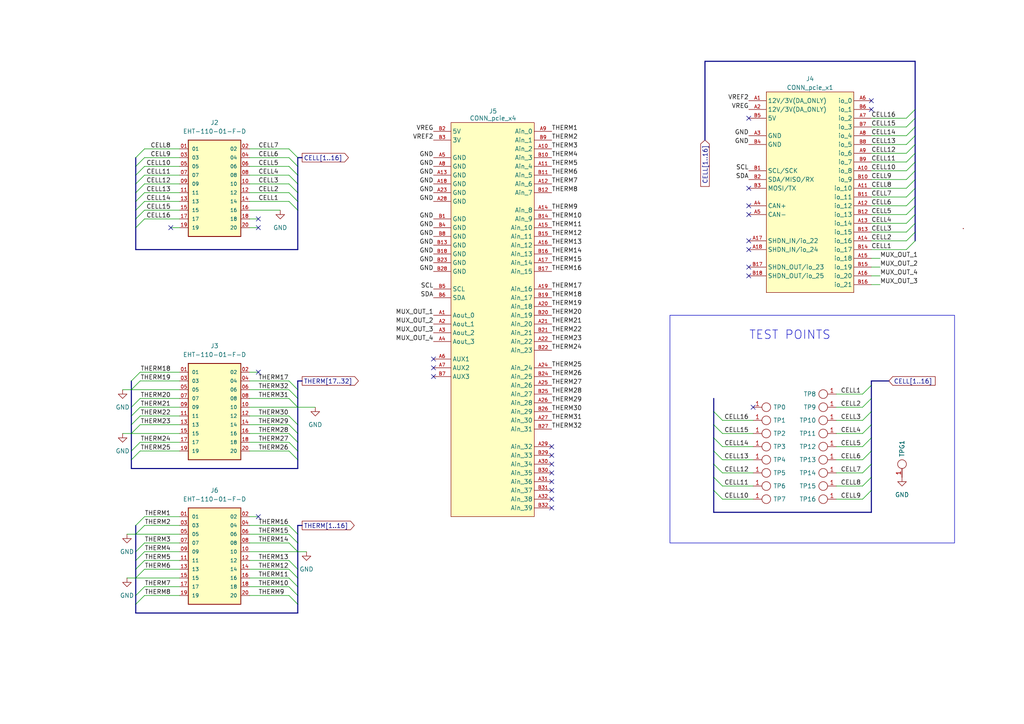
<source format=kicad_sch>
(kicad_sch (version 20250114) (generator "eeschema") (generator_version "9.0")
  (paper "A4")
  (lib_symbols
    (symbol "CONN_pcie_x4_1"
      (property "Reference" "J" (at -0.508 50.292 0))
      (property "Value" "CONN_pcie_x4" (at -0.508 48.26 0))
      (symbol "CONN_pcie_x4_1_1_1"
        (rectangle (start -12.7 46.99) (end 11.43 -67.31) (fill (type background)))
        (pin bidirectional line (at -17.78 44.45 0) (length 5) (name "5V") (number "B2"))
        (pin bidirectional line (at -17.78 41.91 0) (length 5) (name "3V") (number "B3"))
        (pin bidirectional line (at -17.78 36.83 0) (length 5) (name "GND") (number "A5"))
        (pin bidirectional line (at -17.78 34.29 0) (length 5) (name "GND") (number "A8"))
        (pin bidirectional line (at -17.78 31.75 0) (length 5) (name "GND") (number "A13"))
        (pin bidirectional line (at -17.78 29.21 0) (length 5) (name "GND") (number "A18"))
        (pin bidirectional line (at -17.78 26.67 0) (length 5) (name "GND") (number "A23"))
        (pin bidirectional line (at -17.78 24.13 0) (length 5) (name "GND") (number "A28"))
        (pin bidirectional line (at -17.78 19.05 0) (length 5) (name "GND") (number "B1"))
        (pin bidirectional line (at -17.78 16.51 0) (length 5) (name "GND") (number "B4"))
        (pin bidirectional line (at -17.78 13.97 0) (length 5) (name "GND") (number "B8"))
        (pin bidirectional line (at -17.78 11.43 0) (length 5) (name "GND") (number "B13"))
        (pin bidirectional line (at -17.78 8.89 0) (length 5) (name "GND") (number "B18"))
        (pin bidirectional line (at -17.78 6.35 0) (length 5) (name "GND") (number "B23"))
        (pin bidirectional line (at -17.78 3.81 0) (length 5) (name "GND") (number "B28"))
        (pin bidirectional line (at -17.78 -1.27 0) (length 5) (name "SCL") (number "B5"))
        (pin bidirectional line (at -17.78 -3.81 0) (length 5) (name "SDA") (number "B6"))
        (pin bidirectional line (at -17.78 -8.89 0) (length 5) (name "Aout_0") (number "A1"))
        (pin bidirectional line (at -17.78 -11.43 0) (length 5) (name "Aout_1") (number "A2"))
        (pin bidirectional line (at -17.78 -13.97 0) (length 5) (name "Aout_2") (number "A3"))
        (pin bidirectional line (at -17.78 -16.51 0) (length 5) (name "Aout_3") (number "A4"))
        (pin bidirectional line (at -17.78 -21.59 0) (length 5) (name "AUX1") (number "A6"))
        (pin bidirectional line (at -17.78 -24.13 0) (length 5) (name "AUX2") (number "A7"))
        (pin bidirectional line (at -17.78 -26.67 0) (length 5) (name "AUX3") (number "B7"))
        (pin bidirectional line (at 16.51 44.45 180) (length 5) (name "Ain_0") (number "A9"))
        (pin bidirectional line (at 16.51 41.91 180) (length 5) (name "Ain_1") (number "B9"))
        (pin bidirectional line (at 16.51 39.37 180) (length 5) (name "Ain_2") (number "A10"))
        (pin bidirectional line (at 16.51 36.83 180) (length 5) (name "Ain_3") (number "B10"))
        (pin bidirectional line (at 16.51 34.29 180) (length 5) (name "Ain_4") (number "A11"))
        (pin bidirectional line (at 16.51 31.75 180) (length 5) (name "Ain_5") (number "B11"))
        (pin bidirectional line (at 16.51 29.21 180) (length 5) (name "Ain_6") (number "A12"))
        (pin bidirectional line (at 16.51 26.67 180) (length 5) (name "Ain_7") (number "B12"))
        (pin bidirectional line (at 16.51 21.59 180) (length 5) (name "Ain_8") (number "A14"))
        (pin bidirectional line (at 16.51 19.05 180) (length 5) (name "Ain_9") (number "B14"))
        (pin bidirectional line (at 16.51 16.51 180) (length 5) (name "Ain_10") (number "A15"))
        (pin bidirectional line (at 16.51 13.97 180) (length 5) (name "Ain_11") (number "B15"))
        (pin bidirectional line (at 16.51 11.43 180) (length 5) (name "Ain_12") (number "A16"))
        (pin bidirectional line (at 16.51 8.89 180) (length 5) (name "Ain_13") (number "B16"))
        (pin bidirectional line (at 16.51 6.35 180) (length 5) (name "Ain_14") (number "A17"))
        (pin bidirectional line (at 16.51 3.81 180) (length 5) (name "Ain_15") (number "B17"))
        (pin bidirectional line (at 16.51 -1.27 180) (length 5) (name "Ain_16") (number "A19"))
        (pin bidirectional line (at 16.51 -3.81 180) (length 5) (name "Ain_17") (number "B19"))
        (pin bidirectional line (at 16.51 -6.35 180) (length 5) (name "Ain_18") (number "A20"))
        (pin bidirectional line (at 16.51 -8.89 180) (length 5) (name "Ain_19") (number "B20"))
        (pin bidirectional line (at 16.51 -11.43 180) (length 5) (name "Ain_20") (number "A21"))
        (pin bidirectional line (at 16.51 -13.97 180) (length 5) (name "Ain_21") (number "B21"))
        (pin bidirectional line (at 16.51 -16.51 180) (length 5) (name "Ain_22") (number "A22"))
        (pin bidirectional line (at 16.51 -19.05 180) (length 5) (name "Ain_23") (number "B22"))
        (pin bidirectional line (at 16.51 -24.13 180) (length 5) (name "Ain_24") (number "A24"))
        (pin bidirectional line (at 16.51 -26.67 180) (length 5) (name "Ain_25") (number "B24"))
        (pin bidirectional line (at 16.51 -29.21 180) (length 5) (name "Ain_26") (number "A25"))
        (pin bidirectional line (at 16.51 -31.75 180) (length 5) (name "Ain_27") (number "B25"))
        (pin bidirectional line (at 16.51 -34.29 180) (length 5) (name "Ain_28") (number "A26"))
        (pin bidirectional line (at 16.51 -36.83 180) (length 5) (name "Ain_29") (number "B26"))
        (pin bidirectional line (at 16.51 -39.37 180) (length 5) (name "Ain_30") (number "A27"))
        (pin bidirectional line (at 16.51 -41.91 180) (length 5) (name "Ain_31") (number "B27"))
        (pin bidirectional line (at 16.51 -46.99 180) (length 5) (name "Ain_32") (number "A29"))
        (pin bidirectional line (at 16.51 -49.53 180) (length 5) (name "Ain_33") (number "B29"))
        (pin bidirectional line (at 16.51 -52.07 180) (length 5) (name "Ain_34") (number "A30"))
        (pin bidirectional line (at 16.51 -54.61 180) (length 5) (name "Ain_35") (number "B30"))
        (pin bidirectional line (at 16.51 -57.15 180) (length 5) (name "Ain_36") (number "A31"))
        (pin bidirectional line (at 16.51 -59.69 180) (length 5) (name "Ain_37") (number "B31"))
        (pin bidirectional line (at 16.51 -62.23 180) (length 5) (name "Ain_38") (number "A32"))
        (pin bidirectional line (at 16.51 -64.77 180) (length 5) (name "Ain_39") (number "B32"))
      )
    )
    (symbol "GND_2" (power) (pin_names (offset 0))
      (property "Value" "GND" (at 0 -3.81 0))
      (symbol "GND_2_0_1"
        (polyline (pts (xy 0 0) (xy 0 -1.27) (xy 1.27 -1.27) (xy 0 -2.54) (xy -1.27 -1.27) (xy 0 -1.27)))
      )
      (symbol "GND_2_1_1"
        (pin power_in line (at 0 0 270) (length 0) (hide yes) (name "GND") (number "1"))
      )
    )
    (symbol "GND_4" (power) (pin_names (offset 0))
      (property "Value" "GND" (at 0 -3.81 0))
      (symbol "GND_4_0_1"
        (polyline (pts (xy 0 0) (xy 0 -1.27) (xy 1.27 -1.27) (xy 0 -2.54) (xy -1.27 -1.27) (xy 0 -1.27)))
      )
      (symbol "GND_4_1_1"
        (pin power_in line (at 0 0 270) (length 0) (hide yes) (name "GND") (number "1"))
      )
    )
    (symbol "GND_5" (power) (pin_names (offset 0))
      (property "Value" "GND" (at 0 -3.81 0))
      (symbol "GND_5_0_1"
        (polyline (pts (xy 0 0) (xy 0 -1.27) (xy 1.27 -1.27) (xy 0 -2.54) (xy -1.27 -1.27) (xy 0 -1.27)))
      )
      (symbol "GND_5_1_1"
        (pin power_in line (at 0 0 270) (length 0) (hide yes) (name "GND") (number "1"))
      )
    )
    (symbol "GND_6" (power) (pin_names (offset 0))
      (property "Value" "GND" (at 0 -3.81 0))
      (symbol "GND_6_0_1"
        (polyline (pts (xy 0 0) (xy 0 -1.27) (xy 1.27 -1.27) (xy 0 -2.54) (xy -1.27 -1.27) (xy 0 -1.27)))
      )
      (symbol "GND_6_1_1"
        (pin power_in line (at 0 0 270) (length 0) (hide yes) (name "GND") (number "1"))
      )
    )
    (symbol "GND_7" (power) (pin_names (offset 0))
      (property "Value" "GND" (at 0 -3.81 0))
      (symbol "GND_7_0_1"
        (polyline (pts (xy 0 0) (xy 0 -1.27) (xy 1.27 -1.27) (xy 0 -2.54) (xy -1.27 -1.27) (xy 0 -1.27)))
      )
      (symbol "GND_7_1_1"
        (pin power_in line (at 0 0 270) (length 0) (hide yes) (name "GND") (number "1"))
      )
    )
    (symbol "OEM:J_EHT-110-01-F-D" (pin_names (offset 1.016))
      (property "Reference" "J" (at -7.62 13.335 0))
      (property "Value" "EHT-110-01-F-D" (at -7.62 -17.78 0))
      (symbol "J_EHT-110-01-F-D_0_0"
        (rectangle (start -7.62 -15.24) (end 7.62 12.7) (stroke (width 0.254)) (fill (type background)))
        (pin passive line (at -10.16 7.62 0) (length 2.54) (name "03") (number "03"))
        (pin passive line (at -10.16 5.08 0) (length 2.54) (name "05") (number "05"))
        (pin passive line (at -10.16 2.54 0) (length 2.54) (name "07") (number "07"))
        (pin passive line (at -10.16 0 0) (length 2.54) (name "09") (number "09"))
        (pin passive line (at -10.16 -2.54 0) (length 2.54) (name "11") (number "11"))
        (pin passive line (at -10.16 -5.08 0) (length 2.54) (name "13") (number "13"))
        (pin passive line (at -10.16 -7.62 0) (length 2.54) (name "15") (number "15"))
        (pin passive line (at -10.16 -10.16 0) (length 2.54) (name "17") (number "17"))
        (pin passive line (at -10.16 -12.7 0) (length 2.54) (name "19") (number "19"))
        (pin passive line (at 10.16 10.16 180) (length 2.54) (name "02") (number "02"))
        (pin passive line (at 10.16 7.62 180) (length 2.54) (name "04") (number "04"))
        (pin passive line (at 10.16 5.08 180) (length 2.54) (name "06") (number "06"))
        (pin passive line (at 10.16 2.54 180) (length 2.54) (name "08") (number "08"))
        (pin passive line (at 10.16 0 180) (length 2.54) (name "10") (number "10"))
        (pin passive line (at 10.16 -2.54 180) (length 2.54) (name "12") (number "12"))
        (pin passive line (at 10.16 -5.08 180) (length 2.54) (name "14") (number "14"))
        (pin passive line (at 10.16 -7.62 180) (length 2.54) (name "16") (number "16"))
        (pin passive line (at 10.16 -10.16 180) (length 2.54) (name "18") (number "18"))
        (pin passive line (at 10.16 -12.7 180) (length 2.54) (name "20") (number "20"))
      )
      (symbol "J_EHT-110-01-F-D_1_0"
        (pin passive line (at -10.16 10.16 0) (length 2.54) (name "01") (number "01"))
      )
    )
    (symbol "OEM:TP_SMD" (pin_names (offset 1.016))
      (property "Reference" "TP" (at 0 7.62 0))
      (property "Value" "TP_SMD" (at 1.27 5.08 0))
      (symbol "TP_SMD_1_1"
        (circle (center 0 2.54) (radius 1.27))
        (pin input line (at 0 -1.27 90) (length 2.54) (name "~") (number "1"))
      )
    )
    (symbol "oem:CONN_pcie_x1"
      (property "Reference" "J" (at 0 30.48 0))
      (property "Value" "CONN_pcie_x1" (at 0 27.94 0))
      (symbol "CONN_pcie_x1_0_1"
        (circle (center 44.45 -12.954) (radius 0.0001))
      )
      (symbol "CONN_pcie_x1_1_1"
        (rectangle (start -12.7 26.67) (end 12.7 -31.496) (fill (type background)))
        (pin bidirectional line (at -17.78 24.13 0) (length 5) (name "12V/3V(DA_ONLY)") (number "A1"))
        (pin bidirectional line (at -17.78 21.59 0) (length 5) (name "12V/3V(DA_ONLY)") (number "A2"))
        (pin bidirectional line (at -17.78 19.05 0) (length 5) (name "5V") (number "B5"))
        (pin bidirectional line (at -17.78 13.97 0) (length 5) (name "GND") (number "A3"))
        (pin bidirectional line (at -17.78 11.43 0) (length 5) (name "GND") (number "B4"))
        (pin bidirectional line (at -17.78 3.81 0) (length 5) (name "SCL/SCK") (number "B1"))
        (pin bidirectional line (at -17.78 1.27 0) (length 5) (name "SDA/MISO/RX") (number "B2"))
        (pin bidirectional line (at -17.78 -1.27 0) (length 5) (name "MOSI/TX") (number "B3"))
        (pin bidirectional line (at -17.78 -6.35 0) (length 5) (name "CAN+") (number "A4"))
        (pin bidirectional line (at -17.78 -8.89 0) (length 5) (name "CAN-") (number "A5"))
        (pin bidirectional line (at -17.78 -16.51 0) (length 5) (name "SHDN_IN/io_22") (number "A17"))
        (pin bidirectional line (at -17.78 -19.05 0) (length 5) (name "SHDN_IN/io_24") (number "A18"))
        (pin bidirectional line (at -17.78 -24.13 0) (length 5) (name "SHDN_OUT/io_23") (number "B17"))
        (pin bidirectional line (at -17.78 -26.67 0) (length 5) (name "SHDN_OUT/io_25") (number "B18"))
        (pin bidirectional line (at 17.78 24.13 180) (length 5) (name "io_0") (number "A6"))
        (pin bidirectional line (at 17.78 21.59 180) (length 5) (name "io_1") (number "B6"))
        (pin bidirectional line (at 17.78 19.05 180) (length 5) (name "io_2") (number "A7"))
        (pin bidirectional line (at 17.78 16.51 180) (length 5) (name "io_3") (number "B7"))
        (pin bidirectional line (at 17.78 13.97 180) (length 5) (name "io_4") (number "A8"))
        (pin bidirectional line (at 17.78 11.43 180) (length 5) (name "io_5") (number "B8"))
        (pin bidirectional line (at 17.78 8.89 180) (length 5) (name "io_6") (number "A9"))
        (pin bidirectional line (at 17.78 6.35 180) (length 5) (name "io_7") (number "B9"))
        (pin bidirectional line (at 17.78 3.81 180) (length 5) (name "io_8") (number "A10"))
        (pin bidirectional line (at 17.78 1.27 180) (length 5) (name "io_9") (number "B10"))
        (pin bidirectional line (at 17.78 -1.27 180) (length 5) (name "io_10") (number "A11"))
        (pin bidirectional line (at 17.78 -3.81 180) (length 5) (name "io_11") (number "B11"))
        (pin bidirectional line (at 17.78 -6.35 180) (length 5) (name "io_12") (number "A12"))
        (pin bidirectional line (at 17.78 -8.89 180) (length 5) (name "io_13") (number "B12"))
        (pin bidirectional line (at 17.78 -11.43 180) (length 5) (name "io_14") (number "A13"))
        (pin bidirectional line (at 17.78 -13.97 180) (length 5) (name "io_15") (number "B13"))
        (pin bidirectional line (at 17.78 -16.51 180) (length 5) (name "io_16") (number "A14"))
        (pin bidirectional line (at 17.78 -19.05 180) (length 5) (name "io_17") (number "B14"))
        (pin bidirectional line (at 17.78 -21.59 180) (length 5) (name "io_18") (number "A15"))
        (pin bidirectional line (at 17.78 -24.13 180) (length 5) (name "io_19") (number "B15"))
        (pin bidirectional line (at 17.78 -26.67 180) (length 5) (name "io_20") (number "A16"))
        (pin bidirectional line (at 17.78 -29.21 180) (length 5) (name "io_21") (number "B16"))
      )
    )
    (symbol "power:GND" (power) (pin_names (offset 0))
      (property "Value" "GND" (at 0 -3.81 0))
      (symbol "GND_0_1"
        (polyline (pts (xy 0 0) (xy 0 -1.27) (xy 1.27 -1.27) (xy 0 -2.54) (xy -1.27 -1.27) (xy 0 -1.27)))
      )
      (symbol "GND_1_1"
        (pin power_in line (at 0 0 270) (length 0) (hide yes) (name "GND") (number "1"))
      )
    )
  )
  (rectangle (start 194.31 91.44) (end 276.86 157.48))
  (text "TEST POINTS" (at 229.108 97.282 0) (effects (font (size 2.5 2.5))))
  (no_connect (at 74.93 63.5))
  (no_connect (at 49.53 66.04))
  (no_connect (at 160.02 142.24))
  (no_connect (at 217.17 62.23))
  (no_connect (at 74.93 107.95))
  (no_connect (at 160.02 132.08))
  (no_connect (at 125.73 104.14))
  (no_connect (at 74.93 149.86))
  (no_connect (at 217.17 69.85))
  (no_connect (at 125.73 109.22))
  (no_connect (at 252.73 29.21))
  (no_connect (at 217.17 80.01))
  (no_connect (at 218.44 118.11))
  (no_connect (at 125.73 106.68))
  (no_connect (at 217.17 54.61))
  (no_connect (at 217.17 34.29))
  (no_connect (at 252.73 31.75))
  (no_connect (at 217.17 59.69))
  (no_connect (at 160.02 137.16))
  (no_connect (at 160.02 134.62))
  (no_connect (at 217.17 77.47))
  (no_connect (at 217.17 72.39))
  (no_connect (at 74.93 66.04))
  (no_connect (at 160.02 129.54))
  (no_connect (at 160.02 147.32))
  (no_connect (at 160.02 144.78))
  (no_connect (at 160.02 139.7))
  (bus_entry (at 39.37 55.88) (size 2.54 -2.54))
  (bus_entry (at 265.43 59.69) (size -2.54 2.54))
  (bus_entry (at 86.36 165.1) (size -2.54 -2.54))
  (bus_entry (at 39.37 165.1) (size 2.54 -2.54))
  (bus_entry (at 86.36 167.64) (size -2.54 -2.54))
  (bus_entry (at 83.82 167.64) (size 2.54 2.54))
  (bus_entry (at 207.01 142.24) (size 2.54 2.54))
  (bus_entry (at 86.36 53.34) (size -2.54 -2.54))
  (bus_entry (at 265.43 64.77) (size -2.54 2.54))
  (bus_entry (at 252.73 123.19) (size -2.54 2.54))
  (bus_entry (at 207.01 119.38) (size 2.54 2.54))
  (bus_entry (at 38.1 133.35) (size 2.54 -2.54))
  (bus_entry (at 265.43 31.75) (size -2.54 2.54))
  (bus_entry (at 252.73 130.81) (size -2.54 2.54))
  (bus_entry (at 39.37 58.42) (size 2.54 -2.54))
  (bus_entry (at 207.01 130.81) (size 2.54 2.54))
  (bus_entry (at 265.43 62.23) (size -2.54 2.54))
  (bus_entry (at 39.37 53.34) (size 2.54 -2.54))
  (bus_entry (at 39.37 60.96) (size 2.54 -2.54))
  (bus_entry (at 38.1 118.11) (size 2.54 -2.54))
  (bus_entry (at 86.36 113.03) (size -2.54 -2.54))
  (bus_entry (at 252.73 142.24) (size -2.54 2.54))
  (bus_entry (at 252.73 127) (size -2.54 2.54))
  (bus_entry (at 86.36 154.94) (size -2.54 -2.54))
  (bus_entry (at 39.37 48.26) (size 2.54 -2.54))
  (bus_entry (at 252.73 134.62) (size -2.54 2.54))
  (bus_entry (at 265.43 57.15) (size -2.54 2.54))
  (bus_entry (at 39.37 175.26) (size 2.54 -2.54))
  (bus_entry (at 38.1 123.19) (size 2.54 -2.54))
  (bus_entry (at 265.43 39.37) (size -2.54 2.54))
  (bus_entry (at 207.01 127) (size 2.54 2.54))
  (bus_entry (at 265.43 49.53) (size -2.54 2.54))
  (bus_entry (at 252.73 111.76) (size -2.54 2.54))
  (bus_entry (at 265.43 69.85) (size -2.54 2.54))
  (bus_entry (at 265.43 54.61) (size -2.54 2.54))
  (bus_entry (at 265.43 52.07) (size -2.54 2.54))
  (bus_entry (at 83.82 154.94) (size 2.54 2.54))
  (bus_entry (at 38.1 130.81) (size 2.54 -2.54))
  (bus_entry (at 265.43 46.99) (size -2.54 2.54))
  (bus_entry (at 86.36 55.88) (size -2.54 -2.54))
  (bus_entry (at 39.37 160.02) (size 2.54 -2.54))
  (bus_entry (at 86.36 58.42) (size -2.54 -2.54))
  (bus_entry (at 265.43 67.31) (size -2.54 2.54))
  (bus_entry (at 41.91 60.96) (size -2.54 2.54))
  (bus_entry (at 39.37 172.72) (size 2.54 -2.54))
  (bus_entry (at 39.37 50.8) (size 2.54 -2.54))
  (bus_entry (at 38.1 113.03) (size 2.54 -2.54))
  (bus_entry (at 252.73 115.57) (size -2.54 2.54))
  (bus_entry (at 265.43 34.29) (size -2.54 2.54))
  (bus_entry (at 38.1 125.73) (size 2.54 -2.54))
  (bus_entry (at 265.43 36.83) (size -2.54 2.54))
  (bus_entry (at 207.01 123.19) (size 2.54 2.54))
  (bus_entry (at 86.36 118.11) (size -2.54 -2.54))
  (bus_entry (at 38.1 110.49) (size 2.54 -2.54))
  (bus_entry (at 252.73 119.38) (size -2.54 2.54))
  (bus_entry (at 83.82 113.03) (size 2.54 2.54))
  (bus_entry (at 265.43 44.45) (size -2.54 2.54))
  (bus_entry (at 252.73 138.43) (size -2.54 2.54))
  (bus_entry (at 86.36 48.26) (size -2.54 -2.54))
  (bus_entry (at 86.36 125.73) (size -2.54 -2.54))
  (bus_entry (at 86.36 60.96) (size -2.54 -2.54))
  (bus_entry (at 86.36 50.8) (size -2.54 -2.54))
  (bus_entry (at 41.91 63.5) (size -2.54 2.54))
  (bus_entry (at 39.37 167.64) (size 2.54 -2.54))
  (bus_entry (at 86.36 123.19) (size -2.54 -2.54))
  (bus_entry (at 41.91 160.02) (size -2.54 2.54))
  (bus_entry (at 39.37 152.4) (size 2.54 -2.54))
  (bus_entry (at 265.43 41.91) (size -2.54 2.54))
  (bus_entry (at 39.37 154.94) (size 2.54 -2.54))
  (bus_entry (at 207.01 138.43) (size 2.54 2.54))
  (bus_entry (at 86.36 130.81) (size -2.54 -2.54))
  (bus_entry (at 38.1 120.65) (size 2.54 -2.54))
  (bus_entry (at 86.36 175.26) (size -2.54 -2.54))
  (bus_entry (at 39.37 45.72) (size 2.54 -2.54))
  (bus_entry (at 86.36 160.02) (size -2.54 -2.54))
  (bus_entry (at 86.36 45.72) (size -2.54 -2.54))
  (bus_entry (at 83.82 125.73) (size 2.54 2.54))
  (bus_entry (at 86.36 172.72) (size -2.54 -2.54))
  (bus_entry (at 86.36 133.35) (size -2.54 -2.54))
  (bus_entry (at 207.01 134.62) (size 2.54 2.54))
  (bus (pts (xy 252.73 138.43) (xy 252.73 142.24)))
  (bus (pts (xy 265.43 34.29) (xy 265.43 36.83)))
  (wire (pts (xy 209.55 121.92) (xy 218.44 121.92)))
  (bus (pts (xy 87.63 45.72) (xy 86.36 45.72)))
  (bus (pts (xy 86.36 45.72) (xy 86.36 48.26)))
  (bus (pts (xy 87.63 152.4) (xy 86.36 152.4)))
  (bus (pts (xy 86.36 58.42) (xy 86.36 60.96)))
  (wire (pts (xy 72.39 50.8) (xy 83.82 50.8)))
  (bus (pts (xy 86.36 177.8) (xy 39.37 177.8)))
  (wire (pts (xy 252.73 36.83) (xy 262.89 36.83)))
  (wire (pts (xy 242.57 144.78) (xy 250.19 144.78)))
  (wire (pts (xy 41.91 60.96) (xy 52.07 60.96)))
  (bus (pts (xy 86.36 50.8) (xy 86.36 53.34)))
  (bus (pts (xy 252.73 130.81) (xy 252.73 134.62)))
  (wire (pts (xy 72.39 157.48) (xy 83.82 157.48)))
  (wire (pts (xy 72.39 149.86) (xy 74.93 149.86)))
  (bus (pts (xy 86.36 172.72) (xy 86.36 175.26)))
  (wire (pts (xy 252.73 34.29) (xy 262.89 34.29)))
  (bus (pts (xy 252.73 142.24) (xy 252.73 148.59)))
  (wire (pts (xy 209.55 140.97) (xy 218.44 140.97)))
  (wire (pts (xy 41.91 172.72) (xy 52.07 172.72)))
  (bus (pts (xy 265.43 36.83) (xy 265.43 39.37)))
  (bus (pts (xy 86.36 60.96) (xy 86.36 72.39)))
  (wire (pts (xy 41.91 45.72) (xy 52.07 45.72)))
  (wire (pts (xy 72.39 45.72) (xy 83.82 45.72)))
  (bus (pts (xy 86.36 55.88) (xy 86.36 58.42)))
  (wire (pts (xy 262.89 72.39) (xy 252.73 72.39)))
  (bus (pts (xy 265.43 54.61) (xy 265.43 57.15)))
  (wire (pts (xy 72.39 58.42) (xy 83.82 58.42)))
  (bus (pts (xy 39.37 160.02) (xy 39.37 162.56)))
  (bus (pts (xy 252.73 123.19) (xy 252.73 127)))
  (bus (pts (xy 265.43 62.23) (xy 265.43 64.77)))
  (wire (pts (xy 41.91 152.4) (xy 52.07 152.4)))
  (wire (pts (xy 35.56 125.73) (xy 38.1 125.73)))
  (bus (pts (xy 39.37 50.8) (xy 39.37 53.34)))
  (wire (pts (xy 252.73 57.15) (xy 262.89 57.15)))
  (wire (pts (xy 40.64 128.27) (xy 52.07 128.27)))
  (wire (pts (xy 72.39 170.18) (xy 83.82 170.18)))
  (wire (pts (xy 72.39 172.72) (xy 83.82 172.72)))
  (wire (pts (xy 72.39 162.56) (xy 83.82 162.56)))
  (bus (pts (xy 86.36 135.89) (xy 38.1 135.89)))
  (wire (pts (xy 41.91 160.02) (xy 52.07 160.02)))
  (bus (pts (xy 207.01 138.43) (xy 207.01 142.24)))
  (bus (pts (xy 39.37 60.96) (xy 39.37 63.5)))
  (wire (pts (xy 242.57 114.3) (xy 250.19 114.3)))
  (bus (pts (xy 86.36 170.18) (xy 86.36 172.72)))
  (wire (pts (xy 36.83 167.64) (xy 39.37 167.64)))
  (bus (pts (xy 204.47 17.78) (xy 204.47 40.64)))
  (bus (pts (xy 252.73 110.49) (xy 252.73 111.76)))
  (wire (pts (xy 72.39 120.65) (xy 83.82 120.65)))
  (bus (pts (xy 265.43 44.45) (xy 265.43 46.99)))
  (bus (pts (xy 265.43 67.31) (xy 265.43 69.85)))
  (bus (pts (xy 38.1 118.11) (xy 38.1 120.65)))
  (bus (pts (xy 39.37 58.42) (xy 39.37 60.96)))
  (bus (pts (xy 86.36 160.02) (xy 86.36 165.1)))
  (bus (pts (xy 265.43 39.37) (xy 265.43 41.91)))
  (bus (pts (xy 252.73 115.57) (xy 252.73 119.38)))
  (wire (pts (xy 209.55 133.35) (xy 218.44 133.35)))
  (wire (pts (xy 252.73 67.31) (xy 262.89 67.31)))
  (wire (pts (xy 252.73 54.61) (xy 262.89 54.61)))
  (bus (pts (xy 257.81 110.49) (xy 252.73 110.49)))
  (bus (pts (xy 39.37 72.39) (xy 86.36 72.39)))
  (wire (pts (xy 40.64 120.65) (xy 52.07 120.65)))
  (bus (pts (xy 39.37 162.56) (xy 39.37 165.1)))
  (wire (pts (xy 255.27 77.47) (xy 252.73 77.47)))
  (bus (pts (xy 39.37 154.94) (xy 39.37 160.02)))
  (wire (pts (xy 86.36 160.02) (xy 88.9 160.02)))
  (bus (pts (xy 86.36 53.34) (xy 86.36 55.88)))
  (wire (pts (xy 38.1 113.03) (xy 52.07 113.03)))
  (wire (pts (xy 209.55 137.16) (xy 218.44 137.16)))
  (bus (pts (xy 38.1 123.19) (xy 38.1 125.73)))
  (wire (pts (xy 72.39 48.26) (xy 83.82 48.26)))
  (bus (pts (xy 39.37 55.88) (xy 39.37 58.42)))
  (wire (pts (xy 252.73 46.99) (xy 262.89 46.99)))
  (wire (pts (xy 41.91 43.18) (xy 52.07 43.18)))
  (bus (pts (xy 265.43 57.15) (xy 265.43 59.69)))
  (bus (pts (xy 39.37 66.04) (xy 39.37 72.39)))
  (wire (pts (xy 40.64 118.11) (xy 52.07 118.11)))
  (wire (pts (xy 41.91 149.86) (xy 52.07 149.86)))
  (bus (pts (xy 207.01 130.81) (xy 207.01 134.62)))
  (wire (pts (xy 255.27 80.01) (xy 252.73 80.01)))
  (wire (pts (xy 41.91 55.88) (xy 52.07 55.88)))
  (wire (pts (xy 72.39 118.11) (xy 86.36 118.11)))
  (bus (pts (xy 39.37 152.4) (xy 39.37 154.94)))
  (wire (pts (xy 255.27 82.55) (xy 252.73 82.55)))
  (wire (pts (xy 242.57 121.92) (xy 250.19 121.92)))
  (bus (pts (xy 39.37 165.1) (xy 39.37 167.64)))
  (bus (pts (xy 207.01 134.62) (xy 207.01 138.43)))
  (wire (pts (xy 72.39 128.27) (xy 83.82 128.27)))
  (bus (pts (xy 207.01 119.38) (xy 207.01 123.19)))
  (wire (pts (xy 40.64 107.95) (xy 52.07 107.95)))
  (wire (pts (xy 255.27 74.93) (xy 252.73 74.93)))
  (bus (pts (xy 38.1 110.49) (xy 38.1 113.03)))
  (bus (pts (xy 86.36 130.81) (xy 86.36 133.35)))
  (wire (pts (xy 41.91 162.56) (xy 52.07 162.56)))
  (wire (pts (xy 72.39 125.73) (xy 83.82 125.73)))
  (bus (pts (xy 39.37 172.72) (xy 39.37 175.26)))
  (wire (pts (xy 72.39 154.94) (xy 83.82 154.94)))
  (bus (pts (xy 86.36 113.03) (xy 86.36 115.57)))
  (bus (pts (xy 252.73 119.38) (xy 252.73 123.19)))
  (wire (pts (xy 72.39 60.96) (xy 81.28 60.96)))
  (wire (pts (xy 41.91 53.34) (xy 52.07 53.34)))
  (wire (pts (xy 41.91 170.18) (xy 52.07 170.18)))
  (wire (pts (xy 72.39 152.4) (xy 83.82 152.4)))
  (bus (pts (xy 86.36 175.26) (xy 86.36 177.8)))
  (wire (pts (xy 41.91 157.48) (xy 52.07 157.48)))
  (wire (pts (xy 72.39 115.57) (xy 83.82 115.57)))
  (wire (pts (xy 72.39 110.49) (xy 83.82 110.49)))
  (wire (pts (xy 252.73 64.77) (xy 262.89 64.77)))
  (wire (pts (xy 38.1 125.73) (xy 52.07 125.73)))
  (bus (pts (xy 265.43 49.53) (xy 265.43 52.07)))
  (bus (pts (xy 86.36 133.35) (xy 86.36 135.89)))
  (bus (pts (xy 38.1 120.65) (xy 38.1 123.19)))
  (bus (pts (xy 265.43 46.99) (xy 265.43 49.53)))
  (bus (pts (xy 265.43 31.75) (xy 265.43 34.29)))
  (bus (pts (xy 204.47 17.78) (xy 265.43 17.78)))
  (wire (pts (xy 40.64 115.57) (xy 52.07 115.57)))
  (bus (pts (xy 265.43 41.91) (xy 265.43 44.45)))
  (wire (pts (xy 40.64 123.19) (xy 52.07 123.19)))
  (bus (pts (xy 252.73 148.59) (xy 207.01 148.59)))
  (bus (pts (xy 252.73 127) (xy 252.73 130.81)))
  (bus (pts (xy 86.36 118.11) (xy 86.36 123.19)))
  (wire (pts (xy 41.91 58.42) (xy 52.07 58.42)))
  (bus (pts (xy 39.37 167.64) (xy 39.37 172.72)))
  (bus (pts (xy 207.01 127) (xy 207.01 130.81)))
  (wire (pts (xy 72.39 53.34) (xy 83.82 53.34)))
  (bus (pts (xy 252.73 134.62) (xy 252.73 138.43)))
  (wire (pts (xy 209.55 144.78) (xy 218.44 144.78)))
  (wire (pts (xy 72.39 107.95) (xy 74.93 107.95)))
  (wire (pts (xy 40.64 110.49) (xy 52.07 110.49)))
  (wire (pts (xy 41.91 165.1) (xy 52.07 165.1)))
  (bus (pts (xy 86.36 165.1) (xy 86.36 167.64)))
  (bus (pts (xy 86.36 123.19) (xy 86.36 125.73)))
  (wire (pts (xy 41.91 50.8) (xy 52.07 50.8)))
  (bus (pts (xy 86.36 167.64) (xy 86.36 170.18)))
  (bus (pts (xy 265.43 17.78) (xy 265.43 31.75)))
  (wire (pts (xy 242.57 137.16) (xy 250.19 137.16)))
  (bus (pts (xy 86.36 154.94) (xy 86.36 157.48)))
  (wire (pts (xy 252.73 59.69) (xy 262.89 59.69)))
  (bus (pts (xy 207.01 123.19) (xy 207.01 127)))
  (wire (pts (xy 49.53 66.04) (xy 52.07 66.04)))
  (bus (pts (xy 39.37 48.26) (xy 39.37 50.8)))
  (bus (pts (xy 86.36 152.4) (xy 86.36 154.94)))
  (wire (pts (xy 72.39 130.81) (xy 83.82 130.81)))
  (wire (pts (xy 242.57 125.73) (xy 250.19 125.73)))
  (bus (pts (xy 265.43 64.77) (xy 265.43 67.31)))
  (bus (pts (xy 86.36 48.26) (xy 86.36 50.8)))
  (bus (pts (xy 86.36 157.48) (xy 86.36 160.02)))
  (bus (pts (xy 38.1 130.81) (xy 38.1 133.35)))
  (bus (pts (xy 39.37 175.26) (xy 39.37 177.8)))
  (wire (pts (xy 39.37 167.64) (xy 52.07 167.64)))
  (bus (pts (xy 252.73 111.76) (xy 252.73 115.57)))
  (wire (pts (xy 40.64 130.81) (xy 52.07 130.81)))
  (wire (pts (xy 252.73 49.53) (xy 262.89 49.53)))
  (wire (pts (xy 36.83 154.94) (xy 39.37 154.94)))
  (wire (pts (xy 72.39 123.19) (xy 83.82 123.19)))
  (wire (pts (xy 72.39 63.5) (xy 74.93 63.5)))
  (wire (pts (xy 72.39 160.02) (xy 86.36 160.02)))
  (bus (pts (xy 86.36 125.73) (xy 86.36 128.27)))
  (wire (pts (xy 41.91 48.26) (xy 52.07 48.26)))
  (wire (pts (xy 242.57 129.54) (xy 250.19 129.54)))
  (wire (pts (xy 242.57 140.97) (xy 250.19 140.97)))
  (bus (pts (xy 265.43 59.69) (xy 265.43 62.23)))
  (bus (pts (xy 87.63 110.49) (xy 86.36 110.49)))
  (wire (pts (xy 252.73 39.37) (xy 262.89 39.37)))
  (wire (pts (xy 72.39 66.04) (xy 74.93 66.04)))
  (wire (pts (xy 72.39 43.18) (xy 83.82 43.18)))
  (bus (pts (xy 207.01 142.24) (xy 207.01 148.59)))
  (bus (pts (xy 39.37 45.72) (xy 39.37 48.26)))
  (wire (pts (xy 252.73 41.91) (xy 262.89 41.91)))
  (bus (pts (xy 38.1 113.03) (xy 38.1 118.11)))
  (bus (pts (xy 207.01 115.57) (xy 207.01 119.38)))
  (wire (pts (xy 252.73 62.23) (xy 262.89 62.23)))
  (wire (pts (xy 72.39 167.64) (xy 83.82 167.64)))
  (bus (pts (xy 86.36 128.27) (xy 86.36 130.81)))
  (wire (pts (xy 72.39 55.88) (xy 83.82 55.88)))
  (wire (pts (xy 209.55 125.73) (xy 218.44 125.73)))
  (wire (pts (xy 252.73 52.07) (xy 262.89 52.07)))
  (wire (pts (xy 72.39 113.03) (xy 83.82 113.03)))
  (bus (pts (xy 265.43 52.07) (xy 265.43 54.61)))
  (wire (pts (xy 41.91 63.5) (xy 52.07 63.5)))
  (wire (pts (xy 209.55 129.54) (xy 218.44 129.54)))
  (wire (pts (xy 86.36 118.11) (xy 91.44 118.11)))
  (bus (pts (xy 38.1 133.35) (xy 38.1 135.89)))
  (wire (pts (xy 39.37 154.94) (xy 52.07 154.94)))
  (bus (pts (xy 39.37 63.5) (xy 39.37 66.04)))
  (bus (pts (xy 86.36 110.49) (xy 86.36 113.03)))
  (wire (pts (xy 262.89 69.85) (xy 252.73 69.85)))
  (bus (pts (xy 86.36 115.57) (xy 86.36 118.11)))
  (wire (pts (xy 242.57 118.11) (xy 250.19 118.11)))
  (wire (pts (xy 35.56 113.03) (xy 38.1 113.03)))
  (bus (pts (xy 38.1 125.73) (xy 38.1 130.81)))
  (wire (pts (xy 242.57 133.35) (xy 250.19 133.35)))
  (wire (pts (xy 72.39 165.1) (xy 83.82 165.1)))
  (wire (pts (xy 252.73 44.45) (xy 262.89 44.45)))
  (bus (pts (xy 39.37 53.34) (xy 39.37 55.88)))
  (label "VREG" (at 217.17 31.75 180))
  (label "CELL11" (at 217.17 140.97 180))
  (label "CELL4" (at 243.84 125.73 0))
  (label "CELL13" (at 49.53 55.88 180))
  (label "CELL13" (at 217.17 133.35 180))
  (label "CELL16" (at 252.73 34.29 0))
  (label "CELL6" (at 252.73 59.69 0))
  (label "THERM30" (at 160.02 119.38 0))
  (label "THERM18" (at 160.02 86.36 0))
  (label "THERM10" (at 74.93 170.18 0))
  (label "THERM14" (at 74.93 157.48 0))
  (label "THERM27" (at 74.93 128.27 0))
  (label "CELL4" (at 252.73 64.77 0))
  (label "CELL11" (at 49.53 50.8 180))
  (label "MUX_OUT_4" (at 255.27 80.01 0))
  (label "GND" (at 125.73 73.66 180))
  (label "GND" (at 125.73 71.12 180))
  (label "THERM7" (at 49.53 170.18 180))
  (label "THERM13" (at 160.02 71.12 0))
  (label "THERM20" (at 160.02 91.44 0))
  (label "THERM8" (at 49.53 172.72 180))
  (label "MUX_OUT_1" (at 255.27 74.93 0))
  (label "MUX_OUT_3" (at 125.73 96.52 180))
  (label "GND" (at 217.17 41.91 180))
  (label "CELL7" (at 243.84 137.16 0))
  (label "MUX_OUT_2" (at 125.73 93.98 180))
  (label "CELL9" (at 243.84 144.78 0))
  (label "THERM2" (at 160.02 40.64 0))
  (label "GND" (at 125.73 58.42 180))
  (label "CELL13" (at 252.73 41.91 0))
  (label "MUX_OUT_3" (at 255.27 82.55 0))
  (label "THERM9" (at 160.02 60.96 0))
  (label "CELL8" (at 252.73 54.61 0))
  (label "THERM22" (at 160.02 96.52 0))
  (label "CELL16" (at 217.17 121.92 180))
  (label "CELL6" (at 74.93 45.72 0))
  (label "THERM19" (at 160.02 88.9 0))
  (label "SCL" (at 217.17 49.53 180))
  (label "CELL5" (at 74.93 48.26 0))
  (label "THERM21" (at 160.02 93.98 0))
  (label "CELL1" (at 74.93 58.42 0))
  (label "CELL15" (at 217.17 125.73 180))
  (label "CELL15" (at 252.73 36.83 0))
  (label "CELL4" (at 74.93 50.8 0))
  (label "THERM11" (at 74.93 167.64 0))
  (label "THERM9" (at 74.93 172.72 0))
  (label "CELL8" (at 243.84 140.97 0))
  (label "CELL12" (at 252.73 44.45 0))
  (label "THERM4" (at 160.02 45.72 0))
  (label "CELL8" (at 49.53 43.18 180))
  (label "THERM17" (at 74.93 110.49 0))
  (label "THERM8" (at 160.02 55.88 0))
  (label "GND" (at 125.73 68.58 180))
  (label "CELL12" (at 217.17 137.16 180))
  (label "CELL14" (at 252.73 39.37 0))
  (label "THERM10" (at 160.02 63.5 0))
  (label "CELL10" (at 217.17 144.78 180))
  (label "THERM15" (at 74.93 154.94 0))
  (label "CELL6" (at 243.84 133.35 0))
  (label "THERM13" (at 74.93 162.56 0))
  (label "THERM5" (at 160.02 48.26 0))
  (label "GND" (at 125.73 66.04 180))
  (label "THERM23" (at 49.53 123.19 180))
  (label "CELL3" (at 252.73 67.31 0))
  (label "THERM28" (at 74.93 125.73 0))
  (label "THERM6" (at 49.53 165.1 180))
  (label "SCL" (at 125.73 83.82 180))
  (label "THERM6" (at 160.02 50.8 0))
  (label "THERM18" (at 49.53 107.95 180))
  (label "THERM12" (at 74.93 165.1 0))
  (label "THERM30" (at 74.93 120.65 0))
  (label "CELL2" (at 243.84 118.11 0))
  (label "THERM32" (at 160.02 124.46 0))
  (label "THERM5" (at 49.53 162.56 180))
  (label "GND" (at 125.73 76.2 180))
  (label "CELL7" (at 74.93 43.18 0))
  (label "THERM7" (at 160.02 53.34 0))
  (label "GND" (at 125.73 50.8 180))
  (label "CELL7" (at 252.73 57.15 0))
  (label "THERM27" (at 160.02 111.76 0))
  (label "THERM31" (at 160.02 121.92 0))
  (label "GND" (at 125.73 55.88 180))
  (label "MUX_OUT_1" (at 125.73 91.44 180))
  (label "CELL9" (at 252.73 52.07 0))
  (label "CELL14" (at 217.17 129.54 180))
  (label "VREF2" (at 217.17 29.21 180))
  (label "THERM17" (at 160.02 83.82 0))
  (label "GND" (at 217.17 39.37 180))
  (label "MUX_OUT_2" (at 255.27 77.47 0))
  (label "CELL11" (at 252.73 46.99 0))
  (label "THERM26" (at 74.93 130.81 0))
  (label "THERM24" (at 49.53 128.27 180))
  (label "SDA" (at 125.73 86.36 180))
  (label "THERM3" (at 49.53 157.48 180))
  (label "GND" (at 125.73 53.34 180))
  (label "THERM4" (at 49.53 160.02 180))
  (label "THERM1" (at 49.53 149.86 180))
  (label "THERM16" (at 160.02 78.74 0))
  (label "THERM20" (at 49.53 115.57 180))
  (label "THERM29" (at 160.02 116.84 0))
  (label "CELL1" (at 243.84 114.3 0))
  (label "THERM14" (at 160.02 73.66 0))
  (label "THERM23" (at 160.02 99.06 0))
  (label "CELL16" (at 49.53 63.5 180))
  (label "CELL5" (at 252.73 62.23 0))
  (label "THERM3" (at 160.02 43.18 0))
  (label "THERM15" (at 160.02 76.2 0))
  (label "THERM32" (at 74.93 113.03 0))
  (label "THERM29" (at 74.93 123.19 0))
  (label "THERM1" (at 160.02 38.1 0))
  (label "CELL2" (at 74.93 55.88 0))
  (label "THERM19" (at 49.53 110.49 180))
  (label "THERM11" (at 160.02 66.04 0))
  (label "CELL9" (at 49.53 45.72 180))
  (label "THERM2" (at 49.53 152.4 180))
  (label "THERM25" (at 160.02 106.68 0))
  (label "CELL10" (at 252.73 49.53 0))
  (label "THERM26" (at 160.02 109.22 0))
  (label "THERM28" (at 160.02 114.3 0))
  (label "VREG" (at 125.73 38.1 180))
  (label "GND" (at 125.73 45.72 180))
  (label "GND" (at 125.73 63.5 180))
  (label "THERM25" (at 49.53 130.81 180))
  (label "CELL14" (at 49.53 58.42 180))
  (label "MUX_OUT_4" (at 125.73 99.06 180))
  (label "CELL1" (at 252.73 72.39 0))
  (label "THERM31" (at 74.93 115.57 0))
  (label "CELL5" (at 243.84 129.54 0))
  (label "VREF2" (at 125.73 40.64 180))
  (label "CELL2" (at 252.73 69.85 0))
  (label "THERM22" (at 49.53 120.65 180))
  (label "THERM24" (at 160.02 101.6 0))
  (label "THERM21" (at 49.53 118.11 180))
  (label "THERM12" (at 160.02 68.58 0))
  (label "CELL3" (at 74.93 53.34 0))
  (label "CELL15" (at 49.53 60.96 180))
  (label "CELL12" (at 49.53 53.34 180))
  (label "GND" (at 125.73 78.74 180))
  (label "SDA" (at 217.17 52.07 180))
  (label "CELL3" (at 243.84 121.92 0))
  (label "GND" (at 125.73 48.26 180))
  (label "THERM16" (at 74.93 152.4 0))
  (label "CELL10" (at 49.53 48.26 180))
  (global_label "THERM[1..16]" (shape output) (at 87.63 152.4 0) (property "Intersheetrefs" "${INTERSHEET_REFS}" (effects (hide yes))))
  (global_label "CELL[1..16]" (shape input) (at 257.81 110.49 0) (property "Intersheetrefs" "${INTERSHEET_REFS}" (effects (hide yes))))
  (global_label "CELL[1..16]" (shape input) (at 204.47 40.64 270) (property "Intersheetrefs" "${INTERSHEET_REFS}" (effects (hide yes))))
  (global_label "CELL[1..16]" (shape output) (at 87.63 45.72 0) (property "Intersheetrefs" "${INTERSHEET_REFS}" (effects (hide yes))))
  (global_label "THERM[17..32]" (shape output) (at 87.63 110.49 0) (property "Intersheetrefs" "${INTERSHEET_REFS}" (effects (hide yes))))
  (symbol (lib_id "OEM:TP_SMD") (at 241.3 133.35 90) (unit 1)
    (property "Reference" "TP13" (at 236.728 133.35 90) (effects (justify left)))
    (property "Value" "TP_SMD" (effects (hide yes)))
    (property "Footprint" "OEM:Test_Point_SMD" (effects (hide yes)))
    (property "Description" "test point SMD hook" (effects (hide yes)))
    (property "MPN" "5019" (effects (hide yes)))
    (property "MFN" "Keystone" (effects (hide yes)))
    (property "DKPN" "36-5019TR-ND" (effects (hide yes)))
    (property "NewDesigns" "YES" (effects (hide yes)))
    (property "Stocked" "Reel" (effects (hide yes)))
    (property "Package" "Custom" (effects (hide yes)))
    (property "Style" "SMD" (effects (hide yes)))
  )
  (symbol (lib_id "OEM:TP_SMD") (at 219.71 144.78 270) (unit 1)
    (property "Reference" "TP7" (at 224.282 144.78 90) (effects (justify left)))
    (property "Value" "TP_SMD" (effects (hide yes)))
    (property "Footprint" "OEM:Test_Point_SMD" (effects (hide yes)))
    (property "Description" "test point SMD hook" (effects (hide yes)))
    (property "MPN" "5019" (effects (hide yes)))
    (property "MFN" "Keystone" (effects (hide yes)))
    (property "DKPN" "36-5019TR-ND" (effects (hide yes)))
    (property "NewDesigns" "YES" (effects (hide yes)))
    (property "Stocked" "Reel" (effects (hide yes)))
    (property "Package" "Custom" (effects (hide yes)))
    (property "Style" "SMD" (effects (hide yes)))
  )
  (symbol (lib_id "OEM:TP_SMD") (at 241.3 137.16 90) (unit 1)
    (property "Reference" "TP14" (at 236.728 137.16 90) (effects (justify left)))
    (property "Value" "TP_SMD" (effects (hide yes)))
    (property "Footprint" "OEM:Test_Point_SMD" (effects (hide yes)))
    (property "Description" "test point SMD hook" (effects (hide yes)))
    (property "MPN" "5019" (effects (hide yes)))
    (property "MFN" "Keystone" (effects (hide yes)))
    (property "DKPN" "36-5019TR-ND" (effects (hide yes)))
    (property "NewDesigns" "YES" (effects (hide yes)))
    (property "Stocked" "Reel" (effects (hide yes)))
    (property "Package" "Custom" (effects (hide yes)))
    (property "Style" "SMD" (effects (hide yes)))
  )
  (symbol (lib_id "OEM:TP_SMD") (at 241.3 140.97 90) (unit 1)
    (property "Reference" "TP15" (at 236.728 140.97 90) (effects (justify left)))
    (property "Value" "TP_SMD" (effects (hide yes)))
    (property "Footprint" "OEM:Test_Point_SMD" (effects (hide yes)))
    (property "Description" "test point SMD hook" (effects (hide yes)))
    (property "MPN" "5019" (effects (hide yes)))
    (property "MFN" "Keystone" (effects (hide yes)))
    (property "DKPN" "36-5019TR-ND" (effects (hide yes)))
    (property "NewDesigns" "YES" (effects (hide yes)))
    (property "Stocked" "Reel" (effects (hide yes)))
    (property "Package" "Custom" (effects (hide yes)))
    (property "Style" "SMD" (effects (hide yes)))
  )
  (symbol (lib_name "CONN_pcie_x4_1") (lib_id "OEM:CONN_pcie_x4") (at 143.51 82.55 0) (unit 1)
    (property "Reference" "J5" (at 143.002 32.258 0))
    (property "Value" "CONN_pcie_x4" (at 143.002 34.29 0))
    (property "Footprint" "OEM:te_pcie_x4_connector" (effects (hide yes)))
    (property "Datasheet" "https://www.te.com/en/product-2-1761465-2.datasheet.pdf" (effects (hide yes)))
    (property "Description" "64-pin board-to-board connector used in the BMS" (effects (hide yes)))
  )
  (symbol (lib_id "OEM:TP_SMD") (at 241.3 118.11 90) (unit 1)
    (property "Reference" "TP9" (at 236.728 118.11 90) (effects (justify left)))
    (property "Value" "TP_SMD" (effects (hide yes)))
    (property "Footprint" "OEM:Test_Point_SMD" (effects (hide yes)))
    (property "Description" "test point SMD hook" (effects (hide yes)))
    (property "MPN" "5019" (effects (hide yes)))
    (property "MFN" "Keystone" (effects (hide yes)))
    (property "DKPN" "36-5019TR-ND" (effects (hide yes)))
    (property "NewDesigns" "YES" (effects (hide yes)))
    (property "Stocked" "Reel" (effects (hide yes)))
    (property "Package" "Custom" (effects (hide yes)))
    (property "Style" "SMD" (effects (hide yes)))
  )
  (symbol (lib_name "GND_6") (lib_id "power:GND") (at 36.83 154.94 0) (unit 1)
    (property "Reference" "#PWR0104" (effects (hide yes)))
    (property "Value" "GND" (at 36.83 160.02 0))
    (property "Description" "Power symbol creates a global label with name \"GND\" , ground" (effects (hide yes)))
  )
  (symbol (lib_id "OEM:J_EHT-110-01-F-D") (at 62.23 118.11 0) (unit 1)
    (property "Reference" "J3" (at 62.23 100.33 0))
    (property "Value" "EHT-110-01-F-D" (at 62.23 102.87 0))
    (property "Footprint" "OEM:SAMTEC_EHT-110-01-X-D (J_EHT-110-01-F-D)" (effects (hide yes)))
    (property "Datasheet" "https://mm.digikey.com/Volume0/opasdata/d220001/medias/docus/6209/eht-1xx-01-xx-d-xx-xx-xx-x-xx-mkt.pdf" (effects (hide yes)))
    (property "Description" "CONN HEADER VERT 20POS 2MM" (effects (hide yes)))
    (property "MPN" "EHT-110-01-F-D" (effects (hide yes)))
  )
  (symbol (lib_id "OEM:TP_SMD") (at 219.71 133.35 270) (unit 1)
    (property "Reference" "TP4" (at 224.282 133.35 90) (effects (justify left)))
    (property "Value" "TP_SMD" (effects (hide yes)))
    (property "Footprint" "OEM:Test_Point_SMD" (effects (hide yes)))
    (property "Description" "test point SMD hook" (effects (hide yes)))
    (property "MPN" "5019" (effects (hide yes)))
    (property "MFN" "Keystone" (effects (hide yes)))
    (property "DKPN" "36-5019TR-ND" (effects (hide yes)))
    (property "NewDesigns" "YES" (effects (hide yes)))
    (property "Stocked" "Reel" (effects (hide yes)))
    (property "Package" "Custom" (effects (hide yes)))
    (property "Style" "SMD" (effects (hide yes)))
  )
  (symbol (lib_id "OEM:TP_SMD") (at 219.71 140.97 270) (unit 1)
    (property "Reference" "TP6" (at 224.282 140.97 90) (effects (justify left)))
    (property "Value" "TP_SMD" (effects (hide yes)))
    (property "Footprint" "OEM:Test_Point_SMD" (effects (hide yes)))
    (property "Description" "test point SMD hook" (effects (hide yes)))
    (property "MPN" "5019" (effects (hide yes)))
    (property "MFN" "Keystone" (effects (hide yes)))
    (property "DKPN" "36-5019TR-ND" (effects (hide yes)))
    (property "NewDesigns" "YES" (effects (hide yes)))
    (property "Stocked" "Reel" (effects (hide yes)))
    (property "Package" "Custom" (effects (hide yes)))
    (property "Style" "SMD" (effects (hide yes)))
  )
  (symbol (lib_id "power:GND") (at 35.56 125.73 0) (unit 1)
    (property "Reference" "#PWR0101" (effects (hide yes)))
    (property "Value" "GND" (at 35.56 130.81 0))
    (property "Description" "Power symbol creates a global label with name \"GND\" , ground" (effects (hide yes)))
  )
  (symbol (lib_id "OEM:TP_SMD") (at 219.71 121.92 270) (unit 1)
    (property "Reference" "TP1" (at 224.282 121.92 90) (effects (justify left)))
    (property "Value" "TP_SMD" (effects (hide yes)))
    (property "Footprint" "OEM:Test_Point_SMD" (effects (hide yes)))
    (property "Description" "test point SMD hook" (effects (hide yes)))
    (property "MPN" "5019" (effects (hide yes)))
    (property "MFN" "Keystone" (effects (hide yes)))
    (property "DKPN" "36-5019TR-ND" (effects (hide yes)))
    (property "NewDesigns" "YES" (effects (hide yes)))
    (property "Stocked" "Reel" (effects (hide yes)))
    (property "Package" "Custom" (effects (hide yes)))
    (property "Style" "SMD" (effects (hide yes)))
  )
  (symbol (lib_id "OEM:TP_SMD") (at 261.62 137.16 0) (unit 1)
    (property "Reference" "TPG1" (at 261.62 132.588 90) (effects (justify left)))
    (property "Value" "TP_SMD" (effects (hide yes)))
    (property "Footprint" "OEM:Test_Point_SMD" (effects (hide yes)))
    (property "Description" "test point SMD hook" (effects (hide yes)))
    (property "MPN" "5019" (effects (hide yes)))
    (property "MFN" "Keystone" (effects (hide yes)))
    (property "DKPN" "36-5019TR-ND" (effects (hide yes)))
    (property "NewDesigns" "YES" (effects (hide yes)))
    (property "Stocked" "Reel" (effects (hide yes)))
    (property "Package" "Custom" (effects (hide yes)))
    (property "Style" "SMD" (effects (hide yes)))
  )
  (symbol (lib_id "OEM:TP_SMD") (at 241.3 125.73 90) (unit 1)
    (property "Reference" "TP11" (at 236.728 125.73 90) (effects (justify left)))
    (property "Value" "TP_SMD" (effects (hide yes)))
    (property "Footprint" "OEM:Test_Point_SMD" (effects (hide yes)))
    (property "Description" "test point SMD hook" (effects (hide yes)))
    (property "MPN" "5019" (effects (hide yes)))
    (property "MFN" "Keystone" (effects (hide yes)))
    (property "DKPN" "36-5019TR-ND" (effects (hide yes)))
    (property "NewDesigns" "YES" (effects (hide yes)))
    (property "Stocked" "Reel" (effects (hide yes)))
    (property "Package" "Custom" (effects (hide yes)))
    (property "Style" "SMD" (effects (hide yes)))
  )
  (symbol (lib_id "OEM:TP_SMD") (at 219.71 118.11 270) (unit 1)
    (property "Reference" "TP0" (at 224.282 118.11 90) (effects (justify left)))
    (property "Value" "TP_SMD" (effects (hide yes)))
    (property "Footprint" "OEM:Test_Point_SMD" (effects (hide yes)))
    (property "Description" "test point SMD hook" (effects (hide yes)))
    (property "MPN" "5019" (effects (hide yes)))
    (property "MFN" "Keystone" (effects (hide yes)))
    (property "DKPN" "36-5019TR-ND" (effects (hide yes)))
    (property "NewDesigns" "YES" (effects (hide yes)))
    (property "Stocked" "Reel" (effects (hide yes)))
    (property "Package" "Custom" (effects (hide yes)))
    (property "Style" "SMD" (effects (hide yes)))
  )
  (symbol (lib_id "OEM:J_EHT-110-01-F-D") (at 62.23 160.02 0) (unit 1)
    (property "Reference" "J6" (at 62.23 142.24 0))
    (property "Value" "EHT-110-01-F-D" (at 62.23 144.78 0))
    (property "Footprint" "OEM:SAMTEC_EHT-110-01-X-D (J_EHT-110-01-F-D)" (effects (hide yes)))
    (property "Datasheet" "https://mm.digikey.com/Volume0/opasdata/d220001/medias/docus/6209/eht-1xx-01-xx-d-xx-xx-xx-x-xx-mkt.pdf" (effects (hide yes)))
    (property "Description" "CONN HEADER VERT 20POS 2MM" (effects (hide yes)))
    (property "MPN" "EHT-110-01-F-D" (effects (hide yes)))
  )
  (symbol (lib_id "OEM:TP_SMD") (at 219.71 129.54 270) (unit 1)
    (property "Reference" "TP3" (at 224.282 129.54 90) (effects (justify left)))
    (property "Value" "TP_SMD" (effects (hide yes)))
    (property "Footprint" "OEM:Test_Point_SMD" (effects (hide yes)))
    (property "Description" "test point SMD hook" (effects (hide yes)))
    (property "MPN" "5019" (effects (hide yes)))
    (property "MFN" "Keystone" (effects (hide yes)))
    (property "DKPN" "36-5019TR-ND" (effects (hide yes)))
    (property "NewDesigns" "YES" (effects (hide yes)))
    (property "Stocked" "Reel" (effects (hide yes)))
    (property "Package" "Custom" (effects (hide yes)))
    (property "Style" "SMD" (effects (hide yes)))
  )
  (symbol (lib_id "OEM:TP_SMD") (at 219.71 137.16 270) (unit 1)
    (property "Reference" "TP5" (at 224.282 137.16 90) (effects (justify left)))
    (property "Value" "TP_SMD" (effects (hide yes)))
    (property "Footprint" "OEM:Test_Point_SMD" (effects (hide yes)))
    (property "Description" "test point SMD hook" (effects (hide yes)))
    (property "MPN" "5019" (effects (hide yes)))
    (property "MFN" "Keystone" (effects (hide yes)))
    (property "DKPN" "36-5019TR-ND" (effects (hide yes)))
    (property "NewDesigns" "YES" (effects (hide yes)))
    (property "Stocked" "Reel" (effects (hide yes)))
    (property "Package" "Custom" (effects (hide yes)))
    (property "Style" "SMD" (effects (hide yes)))
  )
  (symbol (lib_id "OEM:TP_SMD") (at 241.3 129.54 90) (unit 1)
    (property "Reference" "TP12" (at 236.728 129.54 90) (effects (justify left)))
    (property "Value" "TP_SMD" (effects (hide yes)))
    (property "Footprint" "OEM:Test_Point_SMD" (effects (hide yes)))
    (property "Description" "test point SMD hook" (effects (hide yes)))
    (property "MPN" "5019" (effects (hide yes)))
    (property "MFN" "Keystone" (effects (hide yes)))
    (property "DKPN" "36-5019TR-ND" (effects (hide yes)))
    (property "NewDesigns" "YES" (effects (hide yes)))
    (property "Stocked" "Reel" (effects (hide yes)))
    (property "Package" "Custom" (effects (hide yes)))
    (property "Style" "SMD" (effects (hide yes)))
  )
  (symbol (lib_name "GND_2") (lib_id "power:GND") (at 261.62 138.43 0) (unit 1)
    (property "Reference" "#PWR0107" (effects (hide yes)))
    (property "Value" "GND" (at 261.62 143.51 0))
    (property "Description" "Power symbol creates a global label with name \"GND\" , ground" (effects (hide yes)))
  )
  (symbol (lib_id "power:GND") (at 81.28 60.96 0) (unit 1)
    (property "Reference" "#PWR0108" (effects (hide yes)))
    (property "Value" "GND" (at 81.28 66.04 0))
    (property "Description" "Power symbol creates a global label with name \"GND\" , ground" (effects (hide yes)))
  )
  (symbol (lib_id "OEM:J_EHT-110-01-F-D") (at 62.23 53.34 0) (unit 1)
    (property "Reference" "J2" (at 62.23 35.56 0))
    (property "Value" "EHT-110-01-F-D" (at 62.23 38.1 0))
    (property "Footprint" "OEM:SAMTEC_EHT-110-01-X-D (J_EHT-110-01-F-D)" (effects (hide yes)))
    (property "Datasheet" "https://mm.digikey.com/Volume0/opasdata/d220001/medias/docus/6209/eht-1xx-01-xx-d-xx-xx-xx-x-xx-mkt.pdf" (effects (hide yes)))
    (property "Description" "CONN HEADER VERT 20POS 2MM" (effects (hide yes)))
    (property "MPN" "EHT-110-01-F-D" (effects (hide yes)))
  )
  (symbol (lib_id "OEM:TP_SMD") (at 241.3 114.3 90) (unit 1)
    (property "Reference" "TP8" (at 236.728 114.3 90) (effects (justify left)))
    (property "Value" "TP_SMD" (effects (hide yes)))
    (property "Footprint" "OEM:Test_Point_SMD" (effects (hide yes)))
    (property "Description" "test point SMD hook" (effects (hide yes)))
    (property "MPN" "5019" (effects (hide yes)))
    (property "MFN" "Keystone" (effects (hide yes)))
    (property "DKPN" "36-5019TR-ND" (effects (hide yes)))
    (property "NewDesigns" "YES" (effects (hide yes)))
    (property "Stocked" "Reel" (effects (hide yes)))
    (property "Package" "Custom" (effects (hide yes)))
    (property "Style" "SMD" (effects (hide yes)))
  )
  (symbol (lib_name "GND_5") (lib_id "power:GND") (at 35.56 113.03 0) (unit 1)
    (property "Reference" "#PWR0102" (effects (hide yes)))
    (property "Value" "GND" (at 35.56 118.11 0))
    (property "Description" "Power symbol creates a global label with name \"GND\" , ground" (effects (hide yes)))
  )
  (symbol (lib_name "GND_7") (lib_id "power:GND") (at 88.9 160.02 0) (unit 1)
    (property "Reference" "#PWR0105" (effects (hide yes)))
    (property "Value" "GND" (at 88.9 165.1 0))
    (property "Description" "Power symbol creates a global label with name \"GND\" , ground" (effects (hide yes)))
  )
  (symbol (lib_id "OEM:TP_SMD") (at 241.3 121.92 90) (unit 1)
    (property "Reference" "TP10" (at 236.728 121.92 90) (effects (justify left)))
    (property "Value" "TP_SMD" (effects (hide yes)))
    (property "Footprint" "OEM:Test_Point_SMD" (effects (hide yes)))
    (property "Description" "test point SMD hook" (effects (hide yes)))
    (property "MPN" "5019" (effects (hide yes)))
    (property "MFN" "Keystone" (effects (hide yes)))
    (property "DKPN" "36-5019TR-ND" (effects (hide yes)))
    (property "NewDesigns" "YES" (effects (hide yes)))
    (property "Stocked" "Reel" (effects (hide yes)))
    (property "Package" "Custom" (effects (hide yes)))
    (property "Style" "SMD" (effects (hide yes)))
  )
  (symbol (lib_name "GND_2") (lib_id "power:GND") (at 91.44 118.11 0) (unit 1)
    (property "Reference" "#PWR0106" (effects (hide yes)))
    (property "Value" "GND" (at 91.44 123.19 0))
    (property "Description" "Power symbol creates a global label with name \"GND\" , ground" (effects (hide yes)))
  )
  (symbol (lib_id "oem:CONN_pcie_x1") (at 234.95 53.34 0) (unit 1)
    (property "Reference" "J4" (at 234.95 22.86 0))
    (property "Value" "CONN_pcie_x1" (at 234.95 25.4 0))
    (property "Footprint" "OEM:te_pcie_x1_connector" (effects (hide yes)))
    (property "Datasheet" "https://www.te.com/commerce/DocumentDelivery/DDEController?Action=showdoc&DocId=Data+Sheet%7F4-1773442-7%7F0308%7Fpdf%7FEnglish%7FENG_DS_4-1773442-7_0308.pdf%7F2-1761465-1" (effects (hide yes)))
    (property "Description" "Interface used to connect daugterboards to Mk.VII's motherboards" (effects (hide yes)))
  )
  (symbol (lib_name "GND_4") (lib_id "power:GND") (at 36.83 167.64 0) (unit 1)
    (property "Reference" "#PWR0103" (effects (hide yes)))
    (property "Value" "GND" (at 36.83 172.72 0))
    (property "Description" "Power symbol creates a global label with name \"GND\" , ground" (effects (hide yes)))
  )
  (symbol (lib_id "OEM:TP_SMD") (at 219.71 125.73 270) (unit 1)
    (property "Reference" "TP2" (at 224.282 125.73 90) (effects (justify left)))
    (property "Value" "TP_SMD" (effects (hide yes)))
    (property "Footprint" "OEM:Test_Point_SMD" (effects (hide yes)))
    (property "Description" "test point SMD hook" (effects (hide yes)))
    (property "MPN" "5019" (effects (hide yes)))
    (property "MFN" "Keystone" (effects (hide yes)))
    (property "DKPN" "36-5019TR-ND" (effects (hide yes)))
    (property "NewDesigns" "YES" (effects (hide yes)))
    (property "Stocked" "Reel" (effects (hide yes)))
    (property "Package" "Custom" (effects (hide yes)))
    (property "Style" "SMD" (effects (hide yes)))
  )
  (symbol (lib_id "OEM:TP_SMD") (at 241.3 144.78 90) (unit 1)
    (property "Reference" "TP16" (at 236.728 144.78 90) (effects (justify left)))
    (property "Value" "TP_SMD" (effects (hide yes)))
    (property "Footprint" "OEM:Test_Point_SMD" (effects (hide yes)))
    (property "Description" "test point SMD hook" (effects (hide yes)))
    (property "MPN" "5019" (effects (hide yes)))
    (property "MFN" "Keystone" (effects (hide yes)))
    (property "DKPN" "36-5019TR-ND" (effects (hide yes)))
    (property "NewDesigns" "YES" (effects (hide yes)))
    (property "Stocked" "Reel" (effects (hide yes)))
    (property "Package" "Custom" (effects (hide yes)))
    (property "Style" "SMD" (effects (hide yes)))
  )
)
</source>
